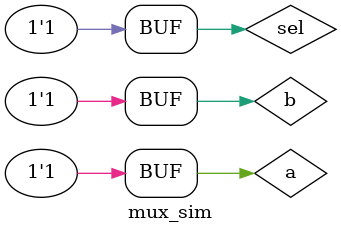
<source format=v>
`timescale 1ns / 1ps


module mux_sim();
    // input
    reg a = 0;
    reg b = 1;
    reg sel = 0;
    //output
    wire q;
    mux mux(.a(a),.b(b),.sel(sel),.q(q));
    initial begin
    # 50 sel = 0; a = 0; b = 0;
    # 50 sel = 0; a = 0; b = 1;
    # 50 sel = 0; a = 1; b = 0;
    # 50 sel = 0; a = 1; b = 1;
    # 50 sel = 1; a = 0; b = 0;
    # 50 sel = 1; a = 0; b = 1;
    # 50 sel = 1; a = 1; b = 0;
    # 50 sel = 1; a = 1; b = 1;
    end
endmodule

</source>
